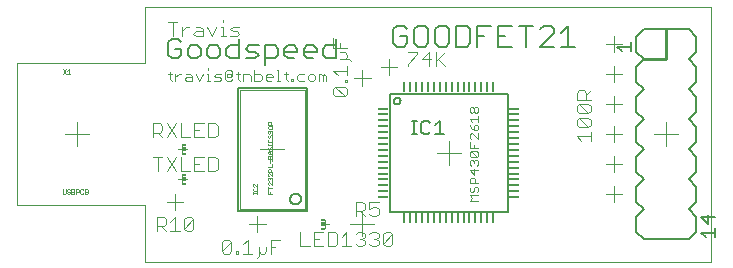
<source format=gto>
G75*
G70*
%OFA0B0*%
%FSLAX24Y24*%
%IPPOS*%
%LPD*%
%AMOC8*
5,1,8,0,0,1.08239X$1,22.5*
%
%ADD10C,0.0000*%
%ADD11C,0.0100*%
%ADD12C,0.0060*%
%ADD13C,0.0040*%
%ADD14C,0.0030*%
%ADD15R,0.0118X0.0059*%
%ADD16R,0.0118X0.0118*%
%ADD17C,0.0010*%
%ADD18C,0.0020*%
%ADD19C,0.0050*%
%ADD20R,0.0110X0.0382*%
%ADD21R,0.0382X0.0110*%
D10*
X004357Y000103D02*
X004357Y001978D01*
X000107Y001978D01*
X000107Y006728D01*
X004357Y006728D01*
X004357Y008603D01*
X023227Y008603D01*
X023227Y000103D01*
X004357Y000103D01*
X007839Y001353D02*
X008376Y001353D01*
X008107Y001084D02*
X008107Y001622D01*
X010223Y001353D02*
X010492Y001353D01*
X010357Y001219D02*
X010357Y001487D01*
X011207Y001353D02*
X012007Y001353D01*
X011607Y000953D02*
X011607Y001753D01*
X014482Y003328D02*
X014482Y004128D01*
X014082Y003728D02*
X014882Y003728D01*
X019714Y003353D02*
X020251Y003353D01*
X019982Y003084D02*
X019982Y003622D01*
X019982Y004084D02*
X019982Y004622D01*
X019714Y004353D02*
X020251Y004353D01*
X021332Y004353D02*
X022132Y004353D01*
X021732Y003953D02*
X021732Y004753D01*
X020251Y005353D02*
X019714Y005353D01*
X019982Y005084D02*
X019982Y005622D01*
X019982Y006084D02*
X019982Y006622D01*
X019714Y006353D02*
X020251Y006353D01*
X019982Y007084D02*
X019982Y007622D01*
X019714Y007353D02*
X020251Y007353D01*
X012751Y006603D02*
X012214Y006603D01*
X011607Y006497D02*
X011607Y005959D01*
X011339Y006228D02*
X011876Y006228D01*
X012482Y006334D02*
X012482Y006872D01*
X008607Y004253D02*
X008607Y003453D01*
X008207Y003853D02*
X009007Y003853D01*
X005742Y003853D02*
X005473Y003853D01*
X005607Y003719D02*
X005607Y003987D01*
X005607Y002987D02*
X005607Y002719D01*
X005473Y002853D02*
X005742Y002853D01*
X005357Y002372D02*
X005357Y001834D01*
X005089Y002103D02*
X005626Y002103D01*
X002107Y003953D02*
X002107Y004753D01*
X001707Y004353D02*
X002507Y004353D01*
X019714Y002353D02*
X020251Y002353D01*
X019982Y002084D02*
X019982Y002622D01*
D11*
X020982Y006853D02*
X021732Y006853D01*
X021732Y007853D01*
D12*
X020982Y007853D02*
X020732Y007603D01*
X020732Y007103D01*
X020982Y006853D01*
X020732Y006603D01*
X020732Y006103D01*
X020982Y005853D01*
X020732Y005603D01*
X020732Y005103D01*
X020982Y004853D01*
X020732Y004603D01*
X020732Y004103D01*
X020982Y003853D01*
X020732Y003603D01*
X020732Y003103D01*
X020982Y002853D01*
X020732Y002603D01*
X020732Y002103D01*
X020982Y001853D01*
X020732Y001603D01*
X020732Y001103D01*
X020982Y000853D01*
X022482Y000853D01*
X022732Y001103D01*
X022732Y001603D01*
X022482Y001853D01*
X022732Y002103D01*
X022732Y002603D01*
X022482Y002853D01*
X022732Y003103D01*
X022732Y003603D01*
X022482Y003853D01*
X022732Y004103D01*
X022732Y004603D01*
X022482Y004853D01*
X022732Y005103D01*
X022732Y005603D01*
X022482Y005853D01*
X022732Y006103D01*
X022732Y006603D01*
X022482Y006853D01*
X022732Y007103D01*
X022732Y007603D01*
X022482Y007853D01*
X020982Y007853D01*
X018703Y007258D02*
X018236Y007258D01*
X018469Y007258D02*
X018469Y007959D01*
X018236Y007725D01*
X018003Y007725D02*
X018003Y007842D01*
X017886Y007959D01*
X017652Y007959D01*
X017536Y007842D01*
X017303Y007959D02*
X016836Y007959D01*
X016603Y007959D02*
X016136Y007959D01*
X016136Y007258D01*
X016603Y007258D01*
X017069Y007258D02*
X017069Y007959D01*
X016370Y007608D02*
X016136Y007608D01*
X015670Y007608D02*
X015436Y007608D01*
X015204Y007375D02*
X015204Y007842D01*
X015087Y007959D01*
X014737Y007959D01*
X014737Y007258D01*
X015087Y007258D01*
X015204Y007375D01*
X015436Y007258D02*
X015436Y007959D01*
X015904Y007959D01*
X014504Y007842D02*
X014387Y007959D01*
X014154Y007959D01*
X014037Y007842D01*
X014037Y007375D01*
X014154Y007258D01*
X014387Y007258D01*
X014504Y007375D01*
X014504Y007842D01*
X013804Y007842D02*
X013687Y007959D01*
X013454Y007959D01*
X013337Y007842D01*
X013337Y007375D01*
X013454Y007258D01*
X013687Y007258D01*
X013804Y007375D01*
X013804Y007842D01*
X013104Y007842D02*
X012988Y007959D01*
X012754Y007959D01*
X012637Y007842D01*
X012637Y007375D01*
X012754Y007258D01*
X012988Y007258D01*
X013104Y007375D01*
X013104Y007608D01*
X012871Y007608D01*
X010721Y007523D02*
X010721Y006883D01*
X010400Y006883D01*
X010294Y006990D01*
X010294Y007203D01*
X010400Y007310D01*
X010721Y007310D01*
X010076Y007203D02*
X010076Y007096D01*
X009649Y007096D01*
X009649Y006990D02*
X009649Y007203D01*
X009756Y007310D01*
X009969Y007310D01*
X010076Y007203D01*
X009756Y006883D02*
X009649Y006990D01*
X009756Y006883D02*
X009969Y006883D01*
X009432Y007096D02*
X009432Y007203D01*
X009325Y007310D01*
X009111Y007310D01*
X009005Y007203D01*
X009005Y006990D01*
X009111Y006883D01*
X009325Y006883D01*
X009432Y007096D02*
X009005Y007096D01*
X008787Y006990D02*
X008680Y006883D01*
X008360Y006883D01*
X008143Y006990D02*
X008036Y007096D01*
X007822Y007096D01*
X007716Y007203D01*
X007822Y007310D01*
X008143Y007310D01*
X008360Y007310D02*
X008680Y007310D01*
X008787Y007203D01*
X008787Y006990D01*
X008360Y007310D02*
X008360Y006669D01*
X008143Y006990D02*
X008036Y006883D01*
X007716Y006883D01*
X007498Y006883D02*
X007178Y006883D01*
X007071Y006990D01*
X007071Y007203D01*
X007178Y007310D01*
X007498Y007310D01*
X007498Y007523D02*
X007498Y006883D01*
X006853Y006990D02*
X006853Y007203D01*
X006747Y007310D01*
X006533Y007310D01*
X006426Y007203D01*
X006426Y006990D01*
X006533Y006883D01*
X006747Y006883D01*
X006853Y006990D01*
X006209Y006990D02*
X006209Y007203D01*
X006102Y007310D01*
X005889Y007310D01*
X005782Y007203D01*
X005782Y006990D01*
X005889Y006883D01*
X006102Y006883D01*
X006209Y006990D01*
X005564Y006990D02*
X005458Y006883D01*
X005244Y006883D01*
X005137Y006990D01*
X005137Y007417D01*
X005244Y007523D01*
X005458Y007523D01*
X005564Y007417D01*
X005564Y007203D02*
X005351Y007203D01*
X005564Y007203D02*
X005564Y006990D01*
X007456Y005900D02*
X009759Y005900D01*
X009759Y001806D01*
X007456Y001806D01*
X007456Y005900D01*
X009194Y002190D02*
X009196Y002216D01*
X009202Y002242D01*
X009211Y002267D01*
X009224Y002290D01*
X009240Y002311D01*
X009259Y002329D01*
X009281Y002345D01*
X009304Y002357D01*
X009329Y002365D01*
X009355Y002370D01*
X009382Y002371D01*
X009408Y002368D01*
X009433Y002361D01*
X009458Y002351D01*
X009480Y002337D01*
X009501Y002320D01*
X009518Y002301D01*
X009533Y002279D01*
X009544Y002255D01*
X009552Y002229D01*
X009556Y002203D01*
X009556Y002177D01*
X009552Y002151D01*
X009544Y002125D01*
X009533Y002101D01*
X009518Y002079D01*
X009501Y002060D01*
X009480Y002043D01*
X009458Y002029D01*
X009433Y002019D01*
X009408Y002012D01*
X009382Y002009D01*
X009355Y002010D01*
X009329Y002015D01*
X009304Y002023D01*
X009281Y002035D01*
X009259Y002051D01*
X009240Y002069D01*
X009224Y002090D01*
X009211Y002113D01*
X009202Y002138D01*
X009196Y002164D01*
X009194Y002190D01*
X017536Y007258D02*
X018003Y007725D01*
X018003Y007258D02*
X017536Y007258D01*
D13*
X014355Y007083D02*
X014048Y006776D01*
X014125Y006853D02*
X014355Y006623D01*
X014048Y006623D02*
X014048Y007083D01*
X013818Y007083D02*
X013588Y006853D01*
X013895Y006853D01*
X013818Y006623D02*
X013818Y007083D01*
X013434Y007083D02*
X013434Y007007D01*
X013127Y006700D01*
X013127Y006623D01*
X013127Y007083D02*
X013434Y007083D01*
X011241Y006774D02*
X011164Y006850D01*
X011011Y006850D01*
X011087Y006927D01*
X011087Y007004D01*
X011011Y007081D01*
X010857Y007081D01*
X010857Y007234D02*
X010857Y007388D01*
X010627Y007234D02*
X010627Y007541D01*
X010627Y007234D02*
X011087Y007234D01*
X011011Y006850D02*
X010857Y006850D01*
X011087Y006620D02*
X011087Y006313D01*
X010781Y006313D02*
X010627Y006467D01*
X011087Y006467D01*
X011087Y006160D02*
X011087Y006083D01*
X011011Y006083D01*
X011011Y006160D01*
X011087Y006160D01*
X011011Y005930D02*
X010704Y005930D01*
X011011Y005623D01*
X011087Y005700D01*
X011087Y005853D01*
X011011Y005930D01*
X010704Y005930D02*
X010627Y005853D01*
X010627Y005700D01*
X010704Y005623D01*
X011011Y005623D01*
X006776Y004632D02*
X006776Y004325D01*
X006699Y004248D01*
X006469Y004248D01*
X006469Y004708D01*
X006699Y004708D01*
X006776Y004632D01*
X006315Y004708D02*
X006008Y004708D01*
X006008Y004248D01*
X006315Y004248D01*
X005855Y004248D02*
X005548Y004248D01*
X005548Y004708D01*
X005395Y004708D02*
X005088Y004248D01*
X004934Y004248D02*
X004781Y004401D01*
X004858Y004401D02*
X004627Y004401D01*
X004858Y004401D02*
X004934Y004478D01*
X004934Y004632D01*
X004858Y004708D01*
X004627Y004708D01*
X004627Y004248D01*
X005088Y004708D02*
X005395Y004248D01*
X006008Y004478D02*
X006162Y004478D01*
X006315Y003583D02*
X006008Y003583D01*
X006008Y003123D01*
X006315Y003123D01*
X006469Y003123D02*
X006699Y003123D01*
X006776Y003200D01*
X006776Y003507D01*
X006699Y003583D01*
X006469Y003583D01*
X006469Y003123D01*
X006162Y003353D02*
X006008Y003353D01*
X005855Y003123D02*
X005548Y003123D01*
X005548Y003583D01*
X005395Y003583D02*
X005088Y003123D01*
X005395Y003123D02*
X005088Y003583D01*
X004934Y003583D02*
X004627Y003583D01*
X004781Y003583D02*
X004781Y003123D01*
X004746Y001583D02*
X004976Y001583D01*
X005053Y001507D01*
X005053Y001353D01*
X004976Y001276D01*
X004746Y001276D01*
X004900Y001276D02*
X005053Y001123D01*
X005207Y001123D02*
X005514Y001123D01*
X005360Y001123D02*
X005360Y001583D01*
X005207Y001430D01*
X005667Y001507D02*
X005744Y001583D01*
X005897Y001583D01*
X005974Y001507D01*
X005667Y001200D01*
X005744Y001123D01*
X005897Y001123D01*
X005974Y001200D01*
X005974Y001507D01*
X005667Y001507D02*
X005667Y001200D01*
X004746Y001123D02*
X004746Y001583D01*
X006931Y000757D02*
X007007Y000833D01*
X007161Y000833D01*
X007238Y000757D01*
X006931Y000450D01*
X007007Y000373D01*
X007161Y000373D01*
X007238Y000450D01*
X007238Y000757D01*
X006931Y000757D02*
X006931Y000450D01*
X007391Y000450D02*
X007391Y000373D01*
X007468Y000373D01*
X007468Y000450D01*
X007391Y000450D01*
X007621Y000373D02*
X007928Y000373D01*
X007775Y000373D02*
X007775Y000833D01*
X007621Y000680D01*
X008158Y000603D02*
X008158Y000450D01*
X008158Y000296D01*
X008082Y000219D01*
X008235Y000373D02*
X008312Y000373D01*
X008388Y000450D01*
X008388Y000603D01*
X008542Y000603D02*
X008695Y000603D01*
X008542Y000373D02*
X008542Y000833D01*
X008849Y000833D01*
X009536Y000623D02*
X009536Y001083D01*
X009996Y001083D02*
X009996Y000623D01*
X010303Y000623D01*
X010457Y000623D02*
X010687Y000623D01*
X010763Y000700D01*
X010763Y001007D01*
X010687Y001083D01*
X010457Y001083D01*
X010457Y000623D01*
X010150Y000853D02*
X009996Y000853D01*
X009843Y000623D02*
X009536Y000623D01*
X009996Y001083D02*
X010303Y001083D01*
X010917Y000930D02*
X011070Y001083D01*
X011070Y000623D01*
X010917Y000623D02*
X011224Y000623D01*
X011377Y000700D02*
X011454Y000623D01*
X011608Y000623D01*
X011684Y000700D01*
X011684Y000776D01*
X011608Y000853D01*
X011531Y000853D01*
X011608Y000853D02*
X011684Y000930D01*
X011684Y001007D01*
X011608Y001083D01*
X011454Y001083D01*
X011377Y001007D01*
X011838Y001007D02*
X011914Y001083D01*
X012068Y001083D01*
X012145Y001007D01*
X012145Y000930D01*
X012068Y000853D01*
X012145Y000776D01*
X012145Y000700D01*
X012068Y000623D01*
X011914Y000623D01*
X011838Y000700D01*
X011991Y000853D02*
X012068Y000853D01*
X012298Y000700D02*
X012605Y001007D01*
X012605Y000700D01*
X012528Y000623D01*
X012375Y000623D01*
X012298Y000700D01*
X012298Y001007D01*
X012375Y001083D01*
X012528Y001083D01*
X012605Y001007D01*
X012068Y001623D02*
X011914Y001623D01*
X011838Y001700D01*
X011684Y001623D02*
X011531Y001776D01*
X011608Y001776D02*
X011377Y001776D01*
X011608Y001776D02*
X011684Y001853D01*
X011684Y002007D01*
X011608Y002083D01*
X011377Y002083D01*
X011377Y001623D01*
X011838Y001853D02*
X011991Y001930D01*
X012068Y001930D01*
X012145Y001853D01*
X012145Y001700D01*
X012068Y001623D01*
X011838Y001853D02*
X011838Y002083D01*
X012145Y002083D01*
X008235Y000373D02*
X008158Y000450D01*
X018752Y004276D02*
X018906Y004123D01*
X018752Y004276D02*
X019212Y004276D01*
X019212Y004123D02*
X019212Y004430D01*
X019136Y004583D02*
X018829Y004583D01*
X018752Y004660D01*
X018752Y004813D01*
X018829Y004890D01*
X019136Y004583D01*
X019212Y004660D01*
X019212Y004813D01*
X019136Y004890D01*
X018829Y004890D01*
X018829Y005044D02*
X018752Y005120D01*
X018752Y005274D01*
X018829Y005351D01*
X019136Y005044D01*
X019212Y005120D01*
X019212Y005274D01*
X019136Y005351D01*
X018829Y005351D01*
X018752Y005504D02*
X018752Y005734D01*
X018829Y005811D01*
X018982Y005811D01*
X019059Y005734D01*
X019059Y005504D01*
X019059Y005657D02*
X019212Y005811D01*
X019212Y005504D02*
X018752Y005504D01*
X018829Y005044D02*
X019136Y005044D01*
X007506Y007700D02*
X007429Y007623D01*
X007199Y007623D01*
X007046Y007623D02*
X006892Y007623D01*
X006969Y007623D02*
X006969Y007930D01*
X006892Y007930D01*
X006739Y007930D02*
X006585Y007623D01*
X006432Y007930D01*
X006278Y007853D02*
X006278Y007623D01*
X006048Y007623D01*
X005971Y007700D01*
X006048Y007776D01*
X006278Y007776D01*
X006278Y007853D02*
X006202Y007930D01*
X006048Y007930D01*
X005818Y007930D02*
X005741Y007930D01*
X005588Y007776D01*
X005588Y007623D02*
X005588Y007930D01*
X005434Y008083D02*
X005127Y008083D01*
X005281Y008083D02*
X005281Y007623D01*
X006969Y008083D02*
X006969Y008160D01*
X007276Y007930D02*
X007506Y007930D01*
X007276Y007930D02*
X007199Y007853D01*
X007276Y007776D01*
X007429Y007776D01*
X007506Y007700D01*
D14*
X006473Y006550D02*
X006473Y006488D01*
X006473Y006365D02*
X006473Y006118D01*
X006411Y006118D02*
X006535Y006118D01*
X006657Y006118D02*
X006842Y006118D01*
X006904Y006180D01*
X006842Y006241D01*
X006719Y006241D01*
X006657Y006303D01*
X006719Y006365D01*
X006904Y006365D01*
X007025Y006426D02*
X007087Y006488D01*
X007210Y006488D01*
X007272Y006426D01*
X007272Y006303D01*
X007210Y006241D01*
X007210Y006365D01*
X007087Y006365D01*
X007087Y006241D01*
X007210Y006241D01*
X007272Y006180D02*
X007210Y006118D01*
X007087Y006118D01*
X007025Y006180D01*
X007025Y006426D01*
X007394Y006365D02*
X007517Y006365D01*
X007455Y006426D02*
X007455Y006180D01*
X007517Y006118D01*
X007639Y006118D02*
X007639Y006365D01*
X007824Y006365D01*
X007886Y006303D01*
X007886Y006118D01*
X008007Y006118D02*
X008193Y006118D01*
X008254Y006180D01*
X008254Y006303D01*
X008193Y006365D01*
X008007Y006365D01*
X008007Y006488D02*
X008007Y006118D01*
X008376Y006180D02*
X008376Y006303D01*
X008437Y006365D01*
X008561Y006365D01*
X008623Y006303D01*
X008623Y006241D01*
X008376Y006241D01*
X008376Y006180D02*
X008437Y006118D01*
X008561Y006118D01*
X008744Y006118D02*
X008867Y006118D01*
X008806Y006118D02*
X008806Y006488D01*
X008744Y006488D01*
X008989Y006365D02*
X009113Y006365D01*
X009051Y006426D02*
X009051Y006180D01*
X009113Y006118D01*
X009235Y006118D02*
X009297Y006118D01*
X009297Y006180D01*
X009235Y006180D01*
X009235Y006118D01*
X009419Y006180D02*
X009481Y006118D01*
X009666Y006118D01*
X009787Y006180D02*
X009849Y006118D01*
X009973Y006118D01*
X010034Y006180D01*
X010034Y006303D01*
X009973Y006365D01*
X009849Y006365D01*
X009787Y006303D01*
X009787Y006180D01*
X010156Y006118D02*
X010156Y006365D01*
X010217Y006365D01*
X010279Y006303D01*
X010341Y006365D01*
X010403Y006303D01*
X010403Y006118D01*
X010279Y006118D02*
X010279Y006303D01*
X009666Y006365D02*
X009481Y006365D01*
X009419Y006303D01*
X009419Y006180D01*
X006473Y006365D02*
X006411Y006365D01*
X006290Y006365D02*
X006167Y006118D01*
X006043Y006365D01*
X005922Y006303D02*
X005922Y006118D01*
X005736Y006118D01*
X005675Y006180D01*
X005736Y006241D01*
X005922Y006241D01*
X005922Y006303D02*
X005860Y006365D01*
X005736Y006365D01*
X005553Y006365D02*
X005491Y006365D01*
X005368Y006241D01*
X005368Y006118D02*
X005368Y006365D01*
X005246Y006365D02*
X005122Y006365D01*
X005184Y006426D02*
X005184Y006180D01*
X005246Y006118D01*
X015177Y005209D02*
X015177Y005113D01*
X015226Y005064D01*
X015274Y005064D01*
X015322Y005113D01*
X015322Y005209D01*
X015371Y005258D01*
X015419Y005258D01*
X015467Y005209D01*
X015467Y005113D01*
X015419Y005064D01*
X015371Y005064D01*
X015322Y005113D01*
X015322Y005209D02*
X015274Y005258D01*
X015226Y005258D01*
X015177Y005209D01*
X015467Y004963D02*
X015467Y004770D01*
X015467Y004866D02*
X015177Y004866D01*
X015274Y004770D01*
X015371Y004669D02*
X015322Y004620D01*
X015322Y004475D01*
X015419Y004475D01*
X015467Y004523D01*
X015467Y004620D01*
X015419Y004669D01*
X015371Y004669D01*
X015226Y004572D02*
X015177Y004669D01*
X015226Y004572D02*
X015322Y004475D01*
X015274Y004374D02*
X015226Y004374D01*
X015177Y004326D01*
X015177Y004229D01*
X015226Y004180D01*
X015274Y004374D02*
X015467Y004180D01*
X015467Y004374D01*
X015177Y004079D02*
X015177Y003886D01*
X015467Y003886D01*
X015419Y003785D02*
X015226Y003785D01*
X015419Y003591D01*
X015467Y003639D01*
X015467Y003736D01*
X015419Y003785D01*
X015322Y003886D02*
X015322Y003983D01*
X015226Y003785D02*
X015177Y003736D01*
X015177Y003639D01*
X015226Y003591D01*
X015419Y003591D01*
X015419Y003490D02*
X015371Y003490D01*
X015322Y003442D01*
X015322Y003393D01*
X015322Y003442D02*
X015274Y003490D01*
X015226Y003490D01*
X015177Y003442D01*
X015177Y003345D01*
X015226Y003296D01*
X015322Y003195D02*
X015322Y003002D01*
X015177Y003147D01*
X015467Y003147D01*
X015419Y003296D02*
X015467Y003345D01*
X015467Y003442D01*
X015419Y003490D01*
X015322Y002901D02*
X015371Y002852D01*
X015371Y002707D01*
X015467Y002707D02*
X015177Y002707D01*
X015177Y002852D01*
X015226Y002901D01*
X015322Y002901D01*
X015371Y002606D02*
X015419Y002606D01*
X015467Y002558D01*
X015467Y002461D01*
X015419Y002413D01*
X015322Y002461D02*
X015322Y002558D01*
X015371Y002606D01*
X015226Y002606D02*
X015177Y002558D01*
X015177Y002461D01*
X015226Y002413D01*
X015274Y002413D01*
X015322Y002461D01*
X015177Y002311D02*
X015467Y002311D01*
X015274Y002215D02*
X015177Y002311D01*
X015274Y002215D02*
X015177Y002118D01*
X015467Y002118D01*
D15*
X010298Y001501D03*
X010298Y001205D03*
X005666Y002705D03*
X005666Y003001D03*
X005666Y003705D03*
X005666Y004001D03*
D16*
X005666Y003853D03*
X005666Y002853D03*
X010298Y001353D03*
D17*
X008602Y002358D02*
X008452Y002358D01*
X008452Y002458D01*
X008452Y002505D02*
X008452Y002605D01*
X008452Y002555D02*
X008602Y002555D01*
X008602Y002653D02*
X008502Y002753D01*
X008477Y002753D01*
X008452Y002728D01*
X008452Y002678D01*
X008477Y002653D01*
X008602Y002653D02*
X008602Y002753D01*
X008577Y002800D02*
X008602Y002825D01*
X008602Y002875D01*
X008577Y002900D01*
X008552Y002900D01*
X008527Y002875D01*
X008527Y002850D01*
X008527Y002875D02*
X008502Y002900D01*
X008477Y002900D01*
X008452Y002875D01*
X008452Y002825D01*
X008477Y002800D01*
X008477Y002947D02*
X008452Y002972D01*
X008452Y003022D01*
X008477Y003047D01*
X008502Y003047D01*
X008602Y002947D01*
X008602Y003047D01*
X008602Y003095D02*
X008452Y003095D01*
X008452Y003170D01*
X008477Y003195D01*
X008527Y003195D01*
X008552Y003170D01*
X008552Y003095D01*
X008552Y003145D02*
X008602Y003195D01*
X008602Y003242D02*
X008452Y003242D01*
X008602Y003242D02*
X008602Y003342D01*
X008527Y003389D02*
X008527Y003489D01*
X008527Y003536D02*
X008527Y003612D01*
X008552Y003637D01*
X008577Y003637D01*
X008602Y003612D01*
X008602Y003536D01*
X008452Y003536D01*
X008452Y003612D01*
X008477Y003637D01*
X008502Y003637D01*
X008527Y003612D01*
X008527Y003684D02*
X008527Y003784D01*
X008502Y003784D02*
X008602Y003784D01*
X008577Y003831D02*
X008602Y003856D01*
X008602Y003906D01*
X008577Y003931D01*
X008552Y003931D01*
X008527Y003906D01*
X008527Y003856D01*
X008502Y003831D01*
X008477Y003831D01*
X008452Y003856D01*
X008452Y003906D01*
X008477Y003931D01*
X008452Y003978D02*
X008452Y004029D01*
X008452Y004003D02*
X008602Y004003D01*
X008602Y003978D02*
X008602Y004029D01*
X008577Y004077D02*
X008602Y004102D01*
X008602Y004152D01*
X008577Y004177D01*
X008577Y004224D02*
X008602Y004249D01*
X008602Y004299D01*
X008577Y004324D01*
X008552Y004324D01*
X008527Y004299D01*
X008527Y004249D01*
X008502Y004224D01*
X008477Y004224D01*
X008452Y004249D01*
X008452Y004299D01*
X008477Y004324D01*
X008477Y004371D02*
X008502Y004371D01*
X008527Y004396D01*
X008527Y004446D01*
X008552Y004471D01*
X008577Y004471D01*
X008602Y004446D01*
X008602Y004396D01*
X008577Y004371D01*
X008477Y004371D02*
X008452Y004396D01*
X008452Y004446D01*
X008477Y004471D01*
X008477Y004519D02*
X008577Y004519D01*
X008602Y004544D01*
X008602Y004594D01*
X008577Y004619D01*
X008477Y004619D01*
X008452Y004594D01*
X008452Y004544D01*
X008477Y004519D01*
X008452Y004666D02*
X008452Y004741D01*
X008477Y004766D01*
X008527Y004766D01*
X008552Y004741D01*
X008552Y004666D01*
X008602Y004666D02*
X008452Y004666D01*
X008477Y004177D02*
X008452Y004152D01*
X008452Y004102D01*
X008477Y004077D01*
X008577Y004077D01*
X008502Y003784D02*
X008452Y003734D01*
X008502Y003684D01*
X008602Y003684D01*
X008102Y002704D02*
X008102Y002603D01*
X008002Y002704D01*
X007977Y002704D01*
X007952Y002678D01*
X007952Y002628D01*
X007977Y002603D01*
X007977Y002556D02*
X007952Y002531D01*
X007952Y002481D01*
X007977Y002456D01*
X008077Y002456D01*
X008102Y002481D01*
X008102Y002531D01*
X008077Y002556D01*
X008102Y002408D02*
X008102Y002358D01*
X008102Y002383D02*
X007952Y002383D01*
X007952Y002358D02*
X007952Y002408D01*
X008527Y002408D02*
X008527Y002358D01*
X002449Y002383D02*
X002424Y002358D01*
X002349Y002358D01*
X002349Y002508D01*
X002424Y002508D01*
X002449Y002483D01*
X002449Y002458D01*
X002424Y002433D01*
X002349Y002433D01*
X002302Y002483D02*
X002277Y002508D01*
X002227Y002508D01*
X002202Y002483D01*
X002202Y002383D01*
X002227Y002358D01*
X002277Y002358D01*
X002302Y002383D01*
X002424Y002433D02*
X002449Y002408D01*
X002449Y002383D01*
X002154Y002433D02*
X002154Y002483D01*
X002129Y002508D01*
X002054Y002508D01*
X002054Y002358D01*
X002054Y002408D02*
X002129Y002408D01*
X002154Y002433D01*
X002007Y002458D02*
X001982Y002433D01*
X001907Y002433D01*
X001860Y002408D02*
X001860Y002383D01*
X001835Y002358D01*
X001785Y002358D01*
X001760Y002383D01*
X001712Y002383D02*
X001712Y002508D01*
X001760Y002483D02*
X001760Y002458D01*
X001785Y002433D01*
X001835Y002433D01*
X001860Y002408D01*
X001907Y002358D02*
X001907Y002508D01*
X001982Y002508D01*
X002007Y002483D01*
X002007Y002458D01*
X001982Y002433D02*
X002007Y002408D01*
X002007Y002383D01*
X001982Y002358D01*
X001907Y002358D01*
X001860Y002483D02*
X001835Y002508D01*
X001785Y002508D01*
X001760Y002483D01*
X001712Y002383D02*
X001687Y002358D01*
X001637Y002358D01*
X001612Y002383D01*
X001612Y002508D01*
X001612Y006358D02*
X001712Y006508D01*
X001760Y006458D02*
X001810Y006508D01*
X001810Y006358D01*
X001760Y006358D02*
X001860Y006358D01*
X001712Y006358D02*
X001612Y006508D01*
D18*
X007520Y005836D02*
X009695Y005836D01*
X009695Y001869D01*
X007520Y001869D01*
X007520Y005836D01*
D19*
X012514Y005696D02*
X012514Y001759D01*
X016451Y001759D01*
X016451Y005696D01*
X012514Y005696D01*
X012652Y005459D02*
X012654Y005480D01*
X012660Y005499D01*
X012669Y005518D01*
X012681Y005534D01*
X012697Y005548D01*
X012714Y005559D01*
X012733Y005567D01*
X012754Y005571D01*
X012774Y005571D01*
X012795Y005567D01*
X012814Y005559D01*
X012831Y005548D01*
X012847Y005534D01*
X012859Y005518D01*
X012868Y005499D01*
X012874Y005480D01*
X012876Y005459D01*
X012874Y005438D01*
X012868Y005419D01*
X012859Y005400D01*
X012847Y005384D01*
X012831Y005370D01*
X012814Y005359D01*
X012795Y005351D01*
X012774Y005347D01*
X012754Y005347D01*
X012733Y005351D01*
X012714Y005359D01*
X012697Y005370D01*
X012681Y005384D01*
X012669Y005400D01*
X012660Y005419D01*
X012654Y005438D01*
X012652Y005459D01*
X013265Y004804D02*
X013415Y004804D01*
X013340Y004804D02*
X013340Y004353D01*
X013265Y004353D02*
X013415Y004353D01*
X013572Y004428D02*
X013647Y004353D01*
X013797Y004353D01*
X013872Y004428D01*
X014033Y004353D02*
X014333Y004353D01*
X014183Y004353D02*
X014183Y004804D01*
X014033Y004654D01*
X013872Y004729D02*
X013797Y004804D01*
X013647Y004804D01*
X013572Y004729D01*
X013572Y004428D01*
X020107Y007268D02*
X020257Y007118D01*
X020557Y007118D02*
X020557Y007418D01*
X020557Y007268D02*
X020107Y007268D01*
X023132Y001668D02*
X023132Y001368D01*
X022907Y001593D01*
X023357Y001593D01*
X023357Y001207D02*
X023357Y000907D01*
X023057Y000907D02*
X022907Y001057D01*
X023357Y001057D01*
D20*
X015959Y001545D03*
X015762Y001545D03*
X015565Y001545D03*
X015368Y001545D03*
X015171Y001545D03*
X014975Y001545D03*
X014778Y001545D03*
X014581Y001545D03*
X014384Y001545D03*
X014187Y001545D03*
X013990Y001545D03*
X013793Y001545D03*
X013597Y001545D03*
X013400Y001545D03*
X013203Y001545D03*
X013006Y001545D03*
X013006Y005911D03*
X013203Y005911D03*
X013400Y005911D03*
X013597Y005911D03*
X013793Y005911D03*
X013990Y005911D03*
X014187Y005911D03*
X014384Y005911D03*
X014581Y005911D03*
X014778Y005911D03*
X014975Y005911D03*
X015171Y005911D03*
X015368Y005911D03*
X015565Y005911D03*
X015762Y005911D03*
X015959Y005911D03*
D21*
X016665Y005204D03*
X016665Y005007D03*
X016665Y004811D03*
X016665Y004614D03*
X016665Y004417D03*
X016665Y004220D03*
X016665Y004023D03*
X016665Y003826D03*
X016665Y003629D03*
X016665Y003433D03*
X016665Y003236D03*
X016665Y003039D03*
X016665Y002842D03*
X016665Y002645D03*
X016665Y002448D03*
X016665Y002252D03*
X012299Y002252D03*
X012299Y002448D03*
X012299Y002645D03*
X012299Y002842D03*
X012299Y003039D03*
X012299Y003236D03*
X012299Y003433D03*
X012299Y003629D03*
X012299Y003826D03*
X012299Y004023D03*
X012299Y004220D03*
X012299Y004417D03*
X012299Y004614D03*
X012299Y004811D03*
X012299Y005007D03*
X012299Y005204D03*
M02*

</source>
